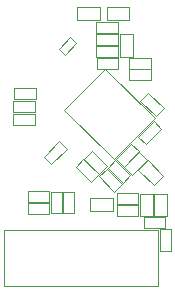
<source format=gbr>
%TF.GenerationSoftware,KiCad,Pcbnew,(6.0.5)*%
%TF.CreationDate,2023-11-22T15:12:11+07:00*%
%TF.ProjectId,lidar,6c696461-722e-46b6-9963-61645f706362,rev?*%
%TF.SameCoordinates,Original*%
%TF.FileFunction,Other,User*%
%FSLAX46Y46*%
G04 Gerber Fmt 4.6, Leading zero omitted, Abs format (unit mm)*
G04 Created by KiCad (PCBNEW (6.0.5)) date 2023-11-22 15:12:11*
%MOMM*%
%LPD*%
G01*
G04 APERTURE LIST*
%ADD10C,0.050000*%
G04 APERTURE END LIST*
D10*
%TO.C,C21*%
X138710000Y-77160000D02*
X136890000Y-77160000D01*
X138710000Y-76240000D02*
X138710000Y-77160000D01*
X136890000Y-77160000D02*
X136890000Y-76240000D01*
X136890000Y-76240000D02*
X138710000Y-76240000D01*
%TO.C,C27*%
X135124164Y-87488902D02*
X135774702Y-86838364D01*
X136411098Y-88775836D02*
X135124164Y-87488902D01*
X135774702Y-86838364D02*
X137061636Y-88125298D01*
X137061636Y-88125298D02*
X136411098Y-88775836D01*
%TO.C,C19*%
X132910000Y-90540000D02*
X132910000Y-91460000D01*
X131090000Y-90540000D02*
X132910000Y-90540000D01*
X131090000Y-91460000D02*
X131090000Y-90540000D01*
X132910000Y-91460000D02*
X131090000Y-91460000D01*
%TO.C,C14*%
X139670000Y-79160000D02*
X139670000Y-78240000D01*
X141490000Y-79160000D02*
X139670000Y-79160000D01*
X139670000Y-78240000D02*
X141490000Y-78240000D01*
X141490000Y-78240000D02*
X141490000Y-79160000D01*
%TO.C,C25*%
X133960000Y-91410000D02*
X133040000Y-91410000D01*
X133960000Y-89590000D02*
X133960000Y-91410000D01*
X133040000Y-89590000D02*
X133960000Y-89590000D01*
X133040000Y-91410000D02*
X133040000Y-89590000D01*
%TO.C,C7*%
X138481802Y-86931264D02*
X139768736Y-88218198D01*
X137831264Y-87581802D02*
X138481802Y-86931264D01*
X139118198Y-88868736D02*
X137831264Y-87581802D01*
X139768736Y-88218198D02*
X139118198Y-88868736D01*
%TO.C,C23*%
X138590000Y-90740000D02*
X140410000Y-90740000D01*
X140410000Y-90740000D02*
X140410000Y-91660000D01*
X138590000Y-91660000D02*
X138590000Y-90740000D01*
X140410000Y-91660000D02*
X138590000Y-91660000D01*
%TO.C,C28*%
X136481802Y-86131264D02*
X137768736Y-87418198D01*
X137768736Y-87418198D02*
X137118198Y-88068736D01*
X137118198Y-88068736D02*
X135831264Y-86781802D01*
X135831264Y-86781802D02*
X136481802Y-86131264D01*
%TO.C,R12*%
X140610051Y-81874731D02*
X141274731Y-81210051D01*
X141274731Y-81210051D02*
X142589949Y-82525269D01*
X141925269Y-83189949D02*
X140610051Y-81874731D01*
X142589949Y-82525269D02*
X141925269Y-83189949D01*
%TO.C,C30*%
X140518198Y-86231264D02*
X141168736Y-86881802D01*
X139881802Y-88168736D02*
X139231264Y-87518198D01*
X141168736Y-86881802D02*
X139881802Y-88168736D01*
X139231264Y-87518198D02*
X140518198Y-86231264D01*
%TO.C,C17*%
X135176777Y-76986827D02*
X134186828Y-77976776D01*
X134681802Y-76491852D02*
X135176777Y-76986827D01*
X133691853Y-77481801D02*
X134681802Y-76491852D01*
X134186828Y-77976776D02*
X133691853Y-77481801D01*
%TO.C,R11*%
X141725269Y-83610051D02*
X142389949Y-84274731D01*
X140410051Y-84925269D02*
X141725269Y-83610051D01*
X141074731Y-85589949D02*
X140410051Y-84925269D01*
X142389949Y-84274731D02*
X141074731Y-85589949D01*
%TO.C,C8*%
X137739302Y-87645464D02*
X139026236Y-88932398D01*
X139026236Y-88932398D02*
X138375698Y-89582936D01*
X138375698Y-89582936D02*
X137088764Y-88296002D01*
X137088764Y-88296002D02*
X137739302Y-87645464D01*
%TO.C,C18*%
X132910000Y-89540000D02*
X132910000Y-90460000D01*
X131090000Y-90460000D02*
X131090000Y-89540000D01*
X132910000Y-90460000D02*
X131090000Y-90460000D01*
X131090000Y-89540000D02*
X132910000Y-89540000D01*
%TO.C,C15*%
X138730000Y-78240000D02*
X138730000Y-79160000D01*
X136910000Y-79160000D02*
X136910000Y-78240000D01*
X136910000Y-78240000D02*
X138730000Y-78240000D01*
X138730000Y-79160000D02*
X136910000Y-79160000D01*
%TO.C,FB7*%
X141750000Y-89750000D02*
X142850000Y-89750000D01*
X141750000Y-91650000D02*
X142850000Y-91650000D01*
X141750000Y-89750000D02*
X141750000Y-91650000D01*
X142850000Y-89750000D02*
X142850000Y-91650000D01*
%TO.C,FB5*%
X141217157Y-86939340D02*
X140439340Y-87717157D01*
X142560660Y-88282843D02*
X141782843Y-89060660D01*
X142560660Y-88282843D02*
X141217157Y-86939340D01*
X141782843Y-89060660D02*
X140439340Y-87717157D01*
%TO.C,R17*%
X131705000Y-83030000D02*
X131705000Y-83970000D01*
X131705000Y-83970000D02*
X129845000Y-83970000D01*
X129845000Y-83030000D02*
X131705000Y-83030000D01*
X129845000Y-83970000D02*
X129845000Y-83030000D01*
%TO.C,FB4*%
X138250000Y-90150000D02*
X138250000Y-91250000D01*
X138250000Y-91250000D02*
X136350000Y-91250000D01*
X136350000Y-90150000D02*
X136350000Y-91250000D01*
X138250000Y-90150000D02*
X136350000Y-90150000D01*
%TO.C,C20*%
X132431264Y-86618198D02*
X133718198Y-85331264D01*
X133718198Y-85331264D02*
X134368736Y-85981802D01*
X134368736Y-85981802D02*
X133081802Y-87268736D01*
X133081802Y-87268736D02*
X132431264Y-86618198D01*
%TO.C,U1*%
X134181623Y-82646447D02*
X137646447Y-79181623D01*
X138353553Y-86818377D02*
X134181623Y-82646447D01*
X138353553Y-86818377D02*
X141818377Y-83353553D01*
X141818377Y-83353553D02*
X137646447Y-79181623D01*
%TO.C,C26*%
X134960000Y-89590000D02*
X134960000Y-91410000D01*
X134040000Y-91410000D02*
X134040000Y-89590000D01*
X134960000Y-91410000D02*
X134040000Y-91410000D01*
X134040000Y-89590000D02*
X134960000Y-89590000D01*
%TO.C,C13*%
X138710000Y-78160000D02*
X136890000Y-78160000D01*
X138710000Y-77240000D02*
X138710000Y-78160000D01*
X136890000Y-78160000D02*
X136890000Y-77240000D01*
X136890000Y-77240000D02*
X138710000Y-77240000D01*
%TO.C,FB2*%
X141650000Y-89750000D02*
X141650000Y-91650000D01*
X140550000Y-91650000D02*
X141650000Y-91650000D01*
X140550000Y-89750000D02*
X140550000Y-91650000D01*
X140550000Y-89750000D02*
X141650000Y-89750000D01*
%TO.C,FB3*%
X137150000Y-75050000D02*
X135250000Y-75050000D01*
X135250000Y-73950000D02*
X135250000Y-75050000D01*
X137150000Y-73950000D02*
X135250000Y-73950000D01*
X137150000Y-73950000D02*
X137150000Y-75050000D01*
%TO.C,FB6*%
X139650000Y-75050000D02*
X139650000Y-73950000D01*
X137750000Y-75050000D02*
X137750000Y-73950000D01*
X137750000Y-73950000D02*
X139650000Y-73950000D01*
X137750000Y-75050000D02*
X139650000Y-75050000D01*
%TO.C,FB1*%
X139950000Y-76250000D02*
X139950000Y-78150000D01*
X138850000Y-76250000D02*
X139950000Y-76250000D01*
X138850000Y-76250000D02*
X138850000Y-78150000D01*
X138850000Y-78150000D02*
X139950000Y-78150000D01*
%TO.C,C37*%
X143160000Y-94610000D02*
X142240000Y-94610000D01*
X143160000Y-92790000D02*
X143160000Y-94610000D01*
X142240000Y-94610000D02*
X142240000Y-92790000D01*
X142240000Y-92790000D02*
X143160000Y-92790000D01*
%TO.C,R15*%
X129870000Y-80830000D02*
X131730000Y-80830000D01*
X129870000Y-81770000D02*
X129870000Y-80830000D01*
X131730000Y-81770000D02*
X129870000Y-81770000D01*
X131730000Y-80830000D02*
X131730000Y-81770000D01*
%TO.C,C22*%
X136890000Y-76160000D02*
X136890000Y-75240000D01*
X136890000Y-75240000D02*
X138710000Y-75240000D01*
X138710000Y-76160000D02*
X136890000Y-76160000D01*
X138710000Y-75240000D02*
X138710000Y-76160000D01*
%TO.C,C29*%
X139181802Y-87468736D02*
X138531264Y-86818198D01*
X139818198Y-85531264D02*
X140468736Y-86181802D01*
X138531264Y-86818198D02*
X139818198Y-85531264D01*
X140468736Y-86181802D02*
X139181802Y-87468736D01*
%TO.C,R16*%
X131705000Y-82870000D02*
X129845000Y-82870000D01*
X129845000Y-81930000D02*
X131705000Y-81930000D01*
X129845000Y-82870000D02*
X129845000Y-81930000D01*
X131705000Y-81930000D02*
X131705000Y-82870000D01*
%TO.C,J1*%
X142100000Y-92800000D02*
X129100000Y-92800000D01*
X142100000Y-97550000D02*
X142100000Y-92800000D01*
X129100000Y-92800000D02*
X129100000Y-97550000D01*
X129100000Y-97550000D02*
X142100000Y-97550000D01*
%TO.C,C24*%
X138590000Y-89740000D02*
X140410000Y-89740000D01*
X140410000Y-89740000D02*
X140410000Y-90660000D01*
X138590000Y-90660000D02*
X138590000Y-89740000D01*
X140410000Y-90660000D02*
X138590000Y-90660000D01*
%TO.C,C16*%
X139670000Y-79240000D02*
X141490000Y-79240000D01*
X139670000Y-80160000D02*
X139670000Y-79240000D01*
X141490000Y-80160000D02*
X139670000Y-80160000D01*
X141490000Y-79240000D02*
X141490000Y-80160000D01*
%TO.C,C38*%
X140890000Y-92660000D02*
X140890000Y-91740000D01*
X142710000Y-91740000D02*
X142710000Y-92660000D01*
X142710000Y-92660000D02*
X140890000Y-92660000D01*
X140890000Y-91740000D02*
X142710000Y-91740000D01*
%TD*%
M02*

</source>
